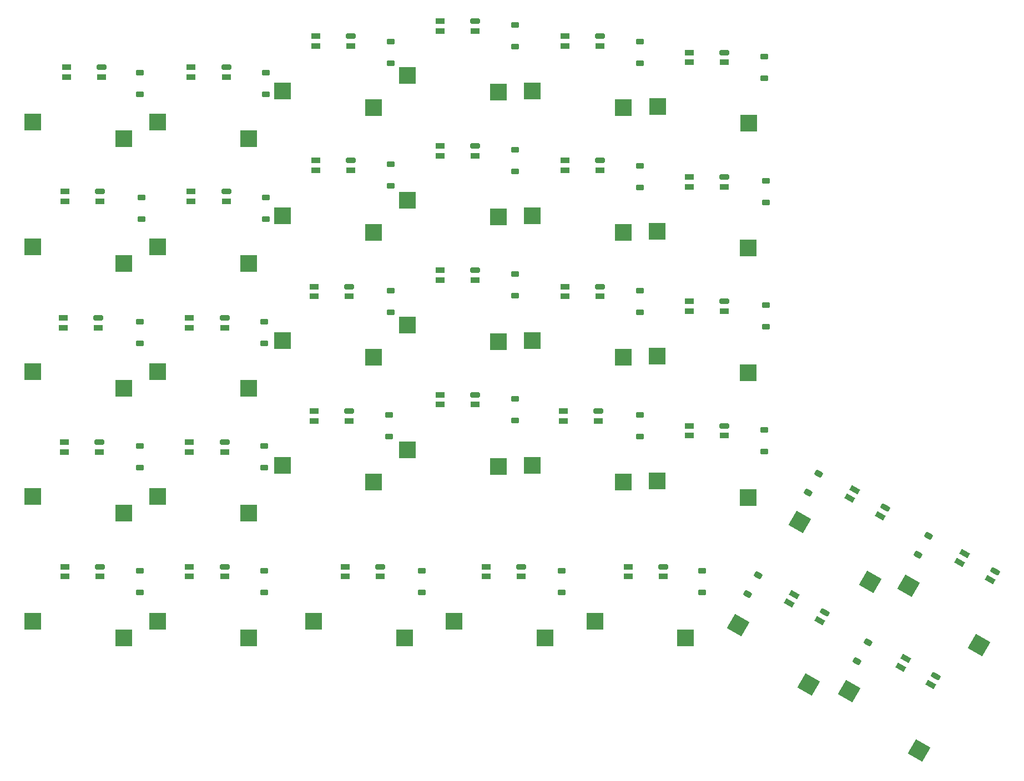
<source format=gbr>
%TF.GenerationSoftware,KiCad,Pcbnew,9.0.0*%
%TF.CreationDate,2025-08-26T18:36:53+02:00*%
%TF.ProjectId,keyboard,6b657962-6f61-4726-942e-6b696361645f,rev?*%
%TF.SameCoordinates,Original*%
%TF.FileFunction,Paste,Top*%
%TF.FilePolarity,Positive*%
%FSLAX46Y46*%
G04 Gerber Fmt 4.6, Leading zero omitted, Abs format (unit mm)*
G04 Created by KiCad (PCBNEW 9.0.0) date 2025-08-26 18:36:53*
%MOMM*%
%LPD*%
G01*
G04 APERTURE LIST*
G04 Aperture macros list*
%AMRoundRect*
0 Rectangle with rounded corners*
0 $1 Rounding radius*
0 $2 $3 $4 $5 $6 $7 $8 $9 X,Y pos of 4 corners*
0 Add a 4 corners polygon primitive as box body*
4,1,4,$2,$3,$4,$5,$6,$7,$8,$9,$2,$3,0*
0 Add four circle primitives for the rounded corners*
1,1,$1+$1,$2,$3*
1,1,$1+$1,$4,$5*
1,1,$1+$1,$6,$7*
1,1,$1+$1,$8,$9*
0 Add four rect primitives between the rounded corners*
20,1,$1+$1,$2,$3,$4,$5,0*
20,1,$1+$1,$4,$5,$6,$7,0*
20,1,$1+$1,$6,$7,$8,$9,0*
20,1,$1+$1,$8,$9,$2,$3,0*%
%AMRotRect*
0 Rectangle, with rotation*
0 The origin of the aperture is its center*
0 $1 length*
0 $2 width*
0 $3 Rotation angle, in degrees counterclockwise*
0 Add horizontal line*
21,1,$1,$2,0,0,$3*%
G04 Aperture macros list end*
%ADD10R,2.550000X2.500000*%
%ADD11RoundRect,0.225000X0.375000X-0.225000X0.375000X0.225000X-0.375000X0.225000X-0.375000X-0.225000X0*%
%ADD12RotRect,2.550000X2.500000X330.000000*%
%ADD13RoundRect,0.225000X0.212260X-0.382356X0.437260X0.007356X-0.212260X0.382356X-0.437260X-0.007356X0*%
%ADD14RotRect,1.450000X0.820000X150.000000*%
%ADD15RoundRect,0.205000X0.552833X-0.082465X-0.347833X0.437535X-0.552833X0.082465X0.347833X-0.437535X0*%
%ADD16R,1.450000X0.820000*%
%ADD17RoundRect,0.205000X0.520000X0.205000X-0.520000X0.205000X-0.520000X-0.205000X0.520000X-0.205000X0*%
G04 APERTURE END LIST*
D10*
%TO.C,K_3*%
X293375000Y-161780000D03*
X279525000Y-159240000D03*
%TD*%
%TO.C,K_0*%
X255165000Y-157017500D03*
X241315000Y-154477500D03*
%TD*%
D11*
%TO.C,D_0*%
X257750000Y-146850000D03*
X257750000Y-150150000D03*
%TD*%
D10*
%TO.C,K_1*%
X236115000Y-159398750D03*
X222265000Y-156858750D03*
%TD*%
D11*
%TO.C,D_1*%
X238750000Y-149350000D03*
X238750000Y-152650000D03*
%TD*%
D10*
%TO.C,K_2*%
X274215000Y-159398750D03*
X260365000Y-156858750D03*
%TD*%
D11*
%TO.C,D_2*%
X276750000Y-149350000D03*
X276750000Y-152650000D03*
%TD*%
%TO.C,D_3*%
X295750000Y-151600000D03*
X295750000Y-154900000D03*
%TD*%
D10*
%TO.C,K_4*%
X198015000Y-164161250D03*
X184165000Y-161621250D03*
%TD*%
D11*
%TO.C,D_4*%
X200500000Y-154100000D03*
X200500000Y-157400000D03*
%TD*%
D10*
%TO.C,K_5*%
X217065000Y-164161250D03*
X203215000Y-161621250D03*
%TD*%
D11*
%TO.C,D_5*%
X219750000Y-154100000D03*
X219750000Y-157400000D03*
%TD*%
D10*
%TO.C,K_6*%
X255165000Y-176067500D03*
X241315000Y-173527500D03*
%TD*%
D11*
%TO.C,D_6*%
X257750000Y-165850000D03*
X257750000Y-169150000D03*
%TD*%
D10*
%TO.C,K_7*%
X236115000Y-178448750D03*
X222265000Y-175908750D03*
%TD*%
D11*
%TO.C,D_7*%
X238750000Y-168100000D03*
X238750000Y-171400000D03*
%TD*%
D10*
%TO.C,K_8*%
X274215000Y-178448750D03*
X260365000Y-175908750D03*
%TD*%
D11*
%TO.C,D_8*%
X276750000Y-168350000D03*
X276750000Y-171650000D03*
%TD*%
D10*
%TO.C,K_9*%
X293265000Y-180830000D03*
X279415000Y-178290000D03*
%TD*%
D11*
%TO.C,D_9*%
X296000000Y-170600000D03*
X296000000Y-173900000D03*
%TD*%
D10*
%TO.C,K_10*%
X198015000Y-183211250D03*
X184165000Y-180671250D03*
%TD*%
D11*
%TO.C,D_10*%
X200750000Y-173100000D03*
X200750000Y-176400000D03*
%TD*%
D10*
%TO.C,K_11*%
X217065000Y-183211250D03*
X203215000Y-180671250D03*
%TD*%
D11*
%TO.C,D_11*%
X219750000Y-173100000D03*
X219750000Y-176400000D03*
%TD*%
D10*
%TO.C,K_12*%
X255165000Y-195117500D03*
X241315000Y-192577500D03*
%TD*%
D11*
%TO.C,D_12*%
X257750000Y-184850000D03*
X257750000Y-188150000D03*
%TD*%
D10*
%TO.C,K_13*%
X236115000Y-197498750D03*
X222265000Y-194958750D03*
%TD*%
D11*
%TO.C,D_13*%
X238750000Y-187350000D03*
X238750000Y-190650000D03*
%TD*%
D10*
%TO.C,K_14*%
X274215000Y-197498750D03*
X260365000Y-194958750D03*
%TD*%
D11*
%TO.C,D_14*%
X276750000Y-187350000D03*
X276750000Y-190650000D03*
%TD*%
D10*
%TO.C,K_15*%
X293265000Y-199880000D03*
X279415000Y-197340000D03*
%TD*%
D11*
%TO.C,D_15*%
X296000000Y-189600000D03*
X296000000Y-192900000D03*
%TD*%
D10*
%TO.C,K_16*%
X198015000Y-202261250D03*
X184165000Y-199721250D03*
%TD*%
D11*
%TO.C,D_16*%
X200500000Y-192100000D03*
X200500000Y-195400000D03*
%TD*%
D10*
%TO.C,K_17*%
X217065000Y-202261250D03*
X203215000Y-199721250D03*
%TD*%
D11*
%TO.C,D_17*%
X219500000Y-192100000D03*
X219500000Y-195400000D03*
%TD*%
D10*
%TO.C,K_18*%
X255165000Y-214167500D03*
X241315000Y-211627500D03*
%TD*%
D11*
%TO.C,D_18*%
X257750000Y-203850000D03*
X257750000Y-207150000D03*
%TD*%
D10*
%TO.C,K_19*%
X236115000Y-216548750D03*
X222265000Y-214008750D03*
%TD*%
D11*
%TO.C,D_19*%
X238500000Y-206350000D03*
X238500000Y-209650000D03*
%TD*%
D10*
%TO.C,K_20*%
X274215000Y-216548750D03*
X260365000Y-214008750D03*
%TD*%
D11*
%TO.C,D_20*%
X276750000Y-206350000D03*
X276750000Y-209650000D03*
%TD*%
D10*
%TO.C,K_21*%
X293265000Y-218930000D03*
X279415000Y-216390000D03*
%TD*%
D11*
%TO.C,D_21*%
X295750000Y-208600000D03*
X295750000Y-211900000D03*
%TD*%
D10*
%TO.C,K_22*%
X198015000Y-221311250D03*
X184165000Y-218771250D03*
%TD*%
D11*
%TO.C,D_22*%
X200500000Y-211100000D03*
X200500000Y-214400000D03*
%TD*%
D10*
%TO.C,K_23*%
X217065000Y-221311250D03*
X203215000Y-218771250D03*
%TD*%
D11*
%TO.C,D_23*%
X219500000Y-211100000D03*
X219500000Y-214400000D03*
%TD*%
D10*
%TO.C,K_24*%
X198015000Y-240361250D03*
X184165000Y-237821250D03*
%TD*%
D11*
%TO.C,D_24*%
X200500000Y-230100000D03*
X200500000Y-233400000D03*
%TD*%
D10*
%TO.C,K_25*%
X217065000Y-240361250D03*
X203215000Y-237821250D03*
%TD*%
D11*
%TO.C,D_25*%
X219500000Y-230100000D03*
X219500000Y-233400000D03*
%TD*%
D10*
%TO.C,K_26*%
X240877500Y-240361250D03*
X227027500Y-237821250D03*
%TD*%
D11*
%TO.C,D_26*%
X243500000Y-230100000D03*
X243500000Y-233400000D03*
%TD*%
D10*
%TO.C,K_27*%
X262290000Y-240361250D03*
X248440000Y-237821250D03*
%TD*%
D11*
%TO.C,D_27*%
X264862500Y-230100000D03*
X264862500Y-233400000D03*
%TD*%
D10*
%TO.C,K_28*%
X283740000Y-240361250D03*
X269890000Y-237821250D03*
%TD*%
D11*
%TO.C,D_28*%
X286250000Y-230100000D03*
X286250000Y-233400000D03*
%TD*%
D12*
%TO.C,K_29*%
X311907300Y-231826808D03*
X301182848Y-222702104D03*
%TD*%
D13*
%TO.C,D_29*%
X304075000Y-215321058D03*
X302425000Y-218178942D03*
%TD*%
D12*
%TO.C,K_30*%
X328507891Y-241504409D03*
X317783439Y-232379705D03*
%TD*%
D13*
%TO.C,D_30*%
X320825000Y-224821058D03*
X319175000Y-227678942D03*
%TD*%
D12*
%TO.C,K_31*%
X302507891Y-247504409D03*
X291783439Y-238379705D03*
%TD*%
D13*
%TO.C,D_31*%
X294825000Y-230821058D03*
X293175000Y-233678942D03*
%TD*%
D12*
%TO.C,K_32*%
X319393584Y-257584409D03*
X308669132Y-248459705D03*
%TD*%
D13*
%TO.C,D_32*%
X311575000Y-241071058D03*
X309925000Y-243928942D03*
%TD*%
D14*
%TO.C,D25*%
X313441618Y-221737019D03*
X308808382Y-219062019D03*
X309558382Y-217762981D03*
D15*
X314191618Y-220437981D03*
%TD*%
D16*
%TO.C,D2*%
X270675000Y-150000000D03*
X265325000Y-150000000D03*
X265325000Y-148500000D03*
D17*
X270675000Y-148500000D03*
%TD*%
D14*
%TO.C,D27*%
X321191618Y-247487019D03*
X316558382Y-244812019D03*
X317308382Y-243512981D03*
D15*
X321941618Y-246187981D03*
%TD*%
D16*
%TO.C,D33*%
X194425000Y-231000000D03*
X189075000Y-231000000D03*
X189075000Y-229500000D03*
D17*
X194425000Y-229500000D03*
%TD*%
D14*
%TO.C,D28*%
X304191618Y-237737019D03*
X299558382Y-235062019D03*
X300308382Y-233762981D03*
D15*
X304941618Y-236437981D03*
%TD*%
D16*
%TO.C,D32*%
X213425000Y-231000000D03*
X208075000Y-231000000D03*
X208075000Y-229500000D03*
D17*
X213425000Y-229500000D03*
%TD*%
D16*
%TO.C,D31*%
X237175000Y-231000000D03*
X231825000Y-231000000D03*
X231825000Y-229500000D03*
D17*
X237175000Y-229500000D03*
%TD*%
D16*
%TO.C,D3*%
X251675000Y-147750000D03*
X246325000Y-147750000D03*
X246325000Y-146250000D03*
D17*
X251675000Y-146250000D03*
%TD*%
D16*
%TO.C,D12*%
X289675000Y-171500000D03*
X284325000Y-171500000D03*
X284325000Y-170000000D03*
D17*
X289675000Y-170000000D03*
%TD*%
D16*
%TO.C,D15*%
X251675000Y-185750000D03*
X246325000Y-185750000D03*
X246325000Y-184250000D03*
D17*
X251675000Y-184250000D03*
%TD*%
D16*
%TO.C,D1*%
X289675000Y-152500000D03*
X284325000Y-152500000D03*
X284325000Y-151000000D03*
D17*
X289675000Y-151000000D03*
%TD*%
D16*
%TO.C,D16*%
X232425000Y-188250000D03*
X227075000Y-188250000D03*
X227075000Y-186750000D03*
D17*
X232425000Y-186750000D03*
%TD*%
D16*
%TO.C,D18*%
X194175000Y-193000000D03*
X188825000Y-193000000D03*
X188825000Y-191500000D03*
D17*
X194175000Y-191500000D03*
%TD*%
D16*
%TO.C,D29*%
X280350000Y-231000000D03*
X275000000Y-231000000D03*
X275000000Y-229500000D03*
D17*
X280350000Y-229500000D03*
%TD*%
D16*
%TO.C,D13*%
X289675000Y-190500000D03*
X284325000Y-190500000D03*
X284325000Y-189000000D03*
D17*
X289675000Y-189000000D03*
%TD*%
D16*
%TO.C,D6*%
X194675000Y-154750000D03*
X189325000Y-154750000D03*
X189325000Y-153250000D03*
D17*
X194675000Y-153250000D03*
%TD*%
D16*
%TO.C,D21*%
X232425000Y-207250000D03*
X227075000Y-207250000D03*
X227075000Y-205750000D03*
D17*
X232425000Y-205750000D03*
%TD*%
D16*
%TO.C,D4*%
X232675000Y-150000000D03*
X227325000Y-150000000D03*
X227325000Y-148500000D03*
D17*
X232675000Y-148500000D03*
%TD*%
D14*
%TO.C,D26*%
X330191618Y-231487019D03*
X325558382Y-228812019D03*
X326308382Y-227512981D03*
D15*
X330941618Y-230187981D03*
%TD*%
D16*
%TO.C,D20*%
X213425000Y-212000000D03*
X208075000Y-212000000D03*
X208075000Y-210500000D03*
D17*
X213425000Y-210500000D03*
%TD*%
D16*
%TO.C,D17*%
X213425000Y-193000000D03*
X208075000Y-193000000D03*
X208075000Y-191500000D03*
D17*
X213425000Y-191500000D03*
%TD*%
D16*
%TO.C,D5*%
X213675000Y-154750000D03*
X208325000Y-154750000D03*
X208325000Y-153250000D03*
D17*
X213675000Y-153250000D03*
%TD*%
D16*
%TO.C,D11*%
X270675000Y-169000000D03*
X265325000Y-169000000D03*
X265325000Y-167500000D03*
D17*
X270675000Y-167500000D03*
%TD*%
D16*
%TO.C,D30*%
X258675000Y-231000000D03*
X253325000Y-231000000D03*
X253325000Y-229500000D03*
D17*
X258675000Y-229500000D03*
%TD*%
D16*
%TO.C,D8*%
X213675000Y-173750000D03*
X208325000Y-173750000D03*
X208325000Y-172250000D03*
D17*
X213675000Y-172250000D03*
%TD*%
D16*
%TO.C,D7*%
X194425000Y-173750000D03*
X189075000Y-173750000D03*
X189075000Y-172250000D03*
D17*
X194425000Y-172250000D03*
%TD*%
D16*
%TO.C,D10*%
X251675000Y-166750000D03*
X246325000Y-166750000D03*
X246325000Y-165250000D03*
D17*
X251675000Y-165250000D03*
%TD*%
D16*
%TO.C,D22*%
X251675000Y-204750000D03*
X246325000Y-204750000D03*
X246325000Y-203250000D03*
D17*
X251675000Y-203250000D03*
%TD*%
D16*
%TO.C,D14*%
X270675000Y-188250000D03*
X265325000Y-188250000D03*
X265325000Y-186750000D03*
D17*
X270675000Y-186750000D03*
%TD*%
D16*
%TO.C,D9*%
X232675000Y-169000000D03*
X227325000Y-169000000D03*
X227325000Y-167500000D03*
D17*
X232675000Y-167500000D03*
%TD*%
D16*
%TO.C,D24*%
X289675000Y-209500000D03*
X284325000Y-209500000D03*
X284325000Y-208000000D03*
D17*
X289675000Y-208000000D03*
%TD*%
D16*
%TO.C,D19*%
X194350000Y-212000000D03*
X189000000Y-212000000D03*
X189000000Y-210500000D03*
D17*
X194350000Y-210500000D03*
%TD*%
D16*
%TO.C,D23*%
X270425000Y-207250000D03*
X265075000Y-207250000D03*
X265075000Y-205750000D03*
D17*
X270425000Y-205750000D03*
%TD*%
M02*

</source>
